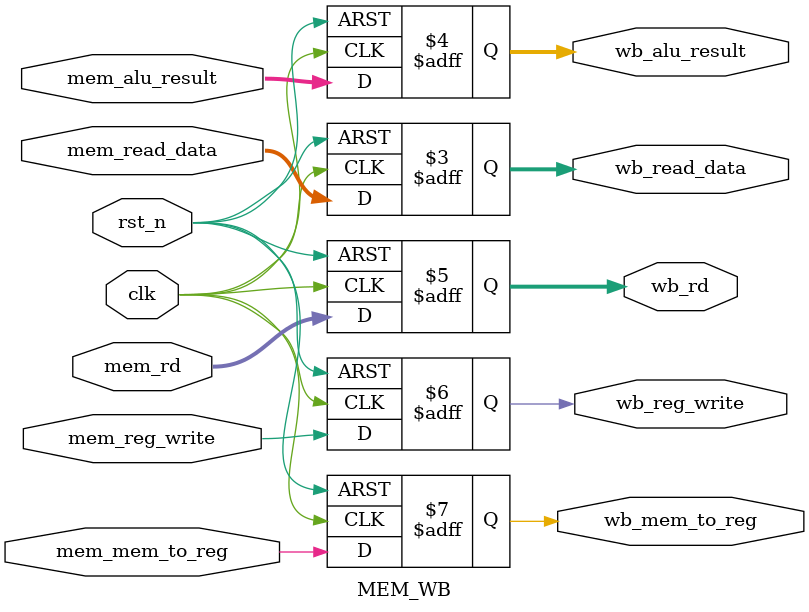
<source format=v>
module MEM_WB (
    input  wire        clk,
    input  wire        rst_n,
    // Inputs from MEM stage
    input  wire [63:0] mem_read_data,
    input  wire [63:0] mem_alu_result,
    input  wire [4:0]  mem_rd,
    input  wire        mem_reg_write,
    input  wire        mem_mem_to_reg,
    // Outputs to WB stage
    output reg  [63:0] wb_read_data,
    output reg  [63:0] wb_alu_result,
    output reg  [4:0]  wb_rd,
    output reg         wb_reg_write,
    output reg         wb_mem_to_reg
);
    always @(posedge clk or negedge rst_n) begin
        if (!rst_n) begin
            wb_read_data   <= 64'b0;
            wb_alu_result  <= 64'b0;
            wb_rd          <= 5'b0;
            wb_reg_write   <= 1'b0;
            wb_mem_to_reg  <= 1'b0;
        end else begin
            wb_read_data   <= mem_read_data;
            wb_alu_result  <= mem_alu_result;
            wb_rd          <= mem_rd;
            wb_reg_write   <= mem_reg_write;
            wb_mem_to_reg  <= mem_mem_to_reg;
        end
    end
endmodule

</source>
